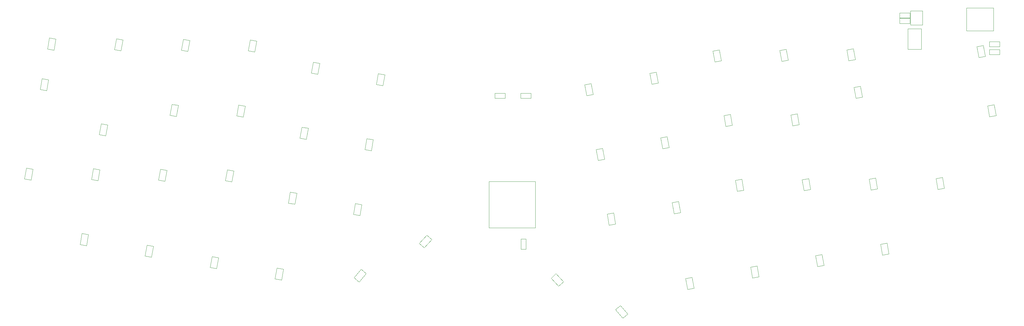
<source format=gbr>
G04 #@! TF.GenerationSoftware,KiCad,Pcbnew,(6.0.0-rc1-dev-1469-g932b9a334)*
G04 #@! TF.CreationDate,2019-09-07T17:34:58-07:00
G04 #@! TF.ProjectId,Laptreus-v2,4c617074-7265-4757-932d-76322e6b6963,rev?*
G04 #@! TF.SameCoordinates,Original*
G04 #@! TF.FileFunction,Other,User*
%FSLAX46Y46*%
G04 Gerber Fmt 4.6, Leading zero omitted, Abs format (unit mm)*
G04 Created by KiCad (PCBNEW (6.0.0-rc1-dev-1469-g932b9a334)) date Saturday, September 07, 2019 at 05:34:58 PM*
%MOMM*%
%LPD*%
G04 APERTURE LIST*
%ADD10C,0.050000*%
G04 APERTURE END LIST*
D10*
G04 #@! TO.C,R13*
X230904170Y-97625103D02*
X227944170Y-97625103D01*
X230904170Y-96165103D02*
X230904170Y-97625103D01*
X227944170Y-96165103D02*
X230904170Y-96165103D01*
X227944170Y-97625103D02*
X227944170Y-96165103D01*
G04 #@! TO.C,R12*
X370694170Y-83490103D02*
X373654170Y-83490103D01*
X370694170Y-84950103D02*
X370694170Y-83490103D01*
X373654170Y-84950103D02*
X370694170Y-84950103D01*
X373654170Y-83490103D02*
X373654170Y-84950103D01*
G04 #@! TO.C,R11*
X373654170Y-82700103D02*
X370694170Y-82700103D01*
X373654170Y-81240103D02*
X373654170Y-82700103D01*
X370694170Y-81240103D02*
X373654170Y-81240103D01*
X370694170Y-82700103D02*
X370694170Y-81240103D01*
G04 #@! TO.C,R10*
X236979170Y-138240103D02*
X236979170Y-141200103D01*
X235519170Y-138240103D02*
X236979170Y-138240103D01*
X235519170Y-141200103D02*
X235519170Y-138240103D01*
X236979170Y-141200103D02*
X235519170Y-141200103D01*
G04 #@! TO.C,R9*
X344819170Y-74515103D02*
X347779170Y-74515103D01*
X344819170Y-75975103D02*
X344819170Y-74515103D01*
X347779170Y-75975103D02*
X344819170Y-75975103D01*
X347779170Y-74515103D02*
X347779170Y-75975103D01*
G04 #@! TO.C,R8*
X347779170Y-74375103D02*
X344819170Y-74375103D01*
X347779170Y-72915103D02*
X347779170Y-74375103D01*
X344819170Y-72915103D02*
X347779170Y-72915103D01*
X344819170Y-74375103D02*
X344819170Y-72915103D01*
G04 #@! TO.C,R1*
X238379660Y-97624781D02*
X235419660Y-97624781D01*
X238379660Y-96164781D02*
X238379660Y-97624781D01*
X235419660Y-96164781D02*
X238379660Y-96164781D01*
X235419660Y-97624781D02*
X235419660Y-96164781D01*
G04 #@! TO.C,D1*
X368965294Y-82341489D02*
X367094161Y-82671420D01*
X367094161Y-82671420D02*
X367649834Y-85822805D01*
X369520967Y-85492874D02*
X367649834Y-85822805D01*
X368965294Y-82341489D02*
X369520967Y-85492874D01*
G04 #@! TO.C,D48*
X110663065Y-136984054D02*
X108791932Y-136654123D01*
X108791932Y-136654123D02*
X108236257Y-139805508D01*
X110107390Y-140135439D02*
X108236257Y-139805508D01*
X110663065Y-136984054D02*
X110107390Y-140135439D01*
G04 #@! TO.C,D47*
X129413064Y-140309054D02*
X127541931Y-139979123D01*
X127541931Y-139979123D02*
X126986256Y-143130508D01*
X128857389Y-143460439D02*
X126986256Y-143130508D01*
X129413064Y-140309054D02*
X128857389Y-143460439D01*
G04 #@! TO.C,D46*
X148188065Y-143609054D02*
X146316932Y-143279123D01*
X146316932Y-143279123D02*
X145761257Y-146430508D01*
X147632390Y-146760439D02*
X145761257Y-146430508D01*
X148188065Y-143609054D02*
X147632390Y-146760439D01*
G04 #@! TO.C,D45*
X166938064Y-146909054D02*
X165066931Y-146579123D01*
X165066931Y-146579123D02*
X164511256Y-149730508D01*
X166382389Y-150060439D02*
X164511256Y-149730508D01*
X166938064Y-146909054D02*
X166382389Y-150060439D01*
G04 #@! TO.C,D44*
X190805372Y-148205080D02*
X189349889Y-146983784D01*
X189349889Y-146983784D02*
X187292968Y-149435126D01*
X188748451Y-150656422D02*
X187292968Y-149435126D01*
X190805372Y-148205080D02*
X188748451Y-150656422D01*
G04 #@! TO.C,D43*
X209731017Y-138431948D02*
X208330191Y-137148327D01*
X208330191Y-137148327D02*
X206168301Y-139507614D01*
X207569127Y-140791235D02*
X206168301Y-139507614D01*
X209731017Y-138431948D02*
X207569127Y-140791235D01*
G04 #@! TO.C,D42*
X245593639Y-148248649D02*
X244192813Y-149532269D01*
X244192813Y-149532269D02*
X246354701Y-151891557D01*
X247755527Y-150607937D02*
X246354701Y-151891557D01*
X245593639Y-148248649D02*
X247755527Y-150607937D01*
G04 #@! TO.C,D41*
X264248452Y-157433784D02*
X262792968Y-158655079D01*
X262792968Y-158655079D02*
X264849888Y-161106422D01*
X266305372Y-159885127D02*
X264849888Y-161106422D01*
X264248452Y-157433784D02*
X266305372Y-159885127D01*
G04 #@! TO.C,D40*
X284882391Y-149304123D02*
X283011258Y-149634054D01*
X283011258Y-149634054D02*
X283566931Y-152785439D01*
X285438064Y-152455508D02*
X283566931Y-152785439D01*
X284882391Y-149304123D02*
X285438064Y-152455508D01*
G04 #@! TO.C,D39*
X303632390Y-146004123D02*
X301761257Y-146334054D01*
X301761257Y-146334054D02*
X302316930Y-149485439D01*
X304188063Y-149155508D02*
X302316930Y-149485439D01*
X303632390Y-146004123D02*
X304188063Y-149155508D01*
G04 #@! TO.C,D38*
X322414283Y-142700393D02*
X320543150Y-143030324D01*
X320543150Y-143030324D02*
X321098823Y-146181709D01*
X322969956Y-145851778D02*
X321098823Y-146181709D01*
X322414283Y-142700393D02*
X322969956Y-145851778D01*
G04 #@! TO.C,D37*
X341157390Y-139404123D02*
X339286257Y-139734054D01*
X339286257Y-139734054D02*
X339841930Y-142885439D01*
X341713063Y-142555508D02*
X339841930Y-142885439D01*
X341157390Y-139404123D02*
X341713063Y-142555508D01*
G04 #@! TO.C,D36*
X94631511Y-118053492D02*
X92760378Y-117723561D01*
X92760378Y-117723561D02*
X92204703Y-120874946D01*
X94075836Y-121204877D02*
X92204703Y-120874946D01*
X94631511Y-118053492D02*
X94075836Y-121204877D01*
G04 #@! TO.C,D35*
X113963063Y-118234054D02*
X112091930Y-117904123D01*
X112091930Y-117904123D02*
X111536255Y-121055508D01*
X113407388Y-121385439D02*
X111536255Y-121055508D01*
X113963063Y-118234054D02*
X113407388Y-121385439D01*
G04 #@! TO.C,D34*
X133288064Y-118409054D02*
X131416931Y-118079123D01*
X131416931Y-118079123D02*
X130861256Y-121230508D01*
X132732389Y-121560439D02*
X130861256Y-121230508D01*
X133288064Y-118409054D02*
X132732389Y-121560439D01*
G04 #@! TO.C,D33*
X152588064Y-118584054D02*
X150716931Y-118254123D01*
X150716931Y-118254123D02*
X150161256Y-121405508D01*
X152032389Y-121735439D02*
X150161256Y-121405508D01*
X152588064Y-118584054D02*
X152032389Y-121735439D01*
G04 #@! TO.C,D32*
X170788063Y-125034055D02*
X168916930Y-124704124D01*
X168916930Y-124704124D02*
X168361255Y-127855509D01*
X170232388Y-128185440D02*
X168361255Y-127855509D01*
X170788063Y-125034055D02*
X170232388Y-128185440D01*
G04 #@! TO.C,D31*
X189563065Y-128334054D02*
X187691932Y-128004123D01*
X187691932Y-128004123D02*
X187136257Y-131155508D01*
X189007390Y-131485439D02*
X187136257Y-131155508D01*
X189563065Y-128334054D02*
X189007390Y-131485439D01*
G04 #@! TO.C,D30*
X262257390Y-130729124D02*
X260386257Y-131059055D01*
X260386257Y-131059055D02*
X260941930Y-134210440D01*
X262813063Y-133880509D02*
X260941930Y-134210440D01*
X262257390Y-130729124D02*
X262813063Y-133880509D01*
G04 #@! TO.C,D29*
X281007390Y-127429124D02*
X279136257Y-127759055D01*
X279136257Y-127759055D02*
X279691930Y-130910440D01*
X281563063Y-130580509D02*
X279691930Y-130910440D01*
X281007390Y-127429124D02*
X281563063Y-130580509D01*
G04 #@! TO.C,D28*
X299232390Y-120979123D02*
X297361257Y-121309054D01*
X297361257Y-121309054D02*
X297916930Y-124460439D01*
X299788063Y-124130508D02*
X297916930Y-124460439D01*
X299232390Y-120979123D02*
X299788063Y-124130508D01*
G04 #@! TO.C,D27*
X318532390Y-120804123D02*
X316661257Y-121134054D01*
X316661257Y-121134054D02*
X317216930Y-124285439D01*
X319088063Y-123955508D02*
X317216930Y-124285439D01*
X318532390Y-120804123D02*
X319088063Y-123955508D01*
G04 #@! TO.C,D26*
X337857390Y-120629124D02*
X335986257Y-120959055D01*
X335986257Y-120959055D02*
X336541930Y-124110440D01*
X338413063Y-123780509D02*
X336541930Y-124110440D01*
X337857390Y-120629124D02*
X338413063Y-123780509D01*
G04 #@! TO.C,D25*
X357157390Y-120454123D02*
X355286257Y-120784054D01*
X355286257Y-120784054D02*
X355841930Y-123935439D01*
X357713063Y-123605508D02*
X355841930Y-123935439D01*
X357157390Y-120454123D02*
X357713063Y-123605508D01*
G04 #@! TO.C,D24*
X99143097Y-92258452D02*
X97271964Y-91928521D01*
X97271964Y-91928521D02*
X96716289Y-95079906D01*
X98587422Y-95409837D02*
X96716289Y-95079906D01*
X99143097Y-92258452D02*
X98587422Y-95409837D01*
G04 #@! TO.C,D23*
X116188909Y-105291425D02*
X114317776Y-104961494D01*
X114317776Y-104961494D02*
X113762101Y-108112879D01*
X115633234Y-108442810D02*
X113762101Y-108112879D01*
X116188909Y-105291425D02*
X115633234Y-108442810D01*
G04 #@! TO.C,D22*
X136588064Y-99659054D02*
X134716931Y-99329123D01*
X134716931Y-99329123D02*
X134161256Y-102480508D01*
X136032389Y-102810439D02*
X134161256Y-102480508D01*
X136588064Y-99659054D02*
X136032389Y-102810439D01*
G04 #@! TO.C,D21*
X155888064Y-99834055D02*
X154016931Y-99504124D01*
X154016931Y-99504124D02*
X153461256Y-102655509D01*
X155332389Y-102985440D02*
X153461256Y-102655509D01*
X155888064Y-99834055D02*
X155332389Y-102985440D01*
G04 #@! TO.C,D20*
X174113064Y-106259054D02*
X172241931Y-105929123D01*
X172241931Y-105929123D02*
X171686256Y-109080508D01*
X173557389Y-109410439D02*
X171686256Y-109080508D01*
X174113064Y-106259054D02*
X173557389Y-109410439D01*
G04 #@! TO.C,D19*
X192863065Y-109559054D02*
X190991932Y-109229123D01*
X190991932Y-109229123D02*
X190436257Y-112380508D01*
X192307390Y-112710439D02*
X190436257Y-112380508D01*
X192863065Y-109559054D02*
X192307390Y-112710439D01*
G04 #@! TO.C,D18*
X259081900Y-112079445D02*
X257210767Y-112409376D01*
X257210767Y-112409376D02*
X257766440Y-115560761D01*
X259637573Y-115230830D02*
X257766440Y-115560761D01*
X259081900Y-112079445D02*
X259637573Y-115230830D01*
G04 #@! TO.C,D17*
X277707390Y-108679124D02*
X275836257Y-109009055D01*
X275836257Y-109009055D02*
X276391930Y-112160440D01*
X278263063Y-111830509D02*
X276391930Y-112160440D01*
X277707390Y-108679124D02*
X278263063Y-111830509D01*
G04 #@! TO.C,D16*
X295932390Y-102229124D02*
X294061257Y-102559055D01*
X294061257Y-102559055D02*
X294616930Y-105710440D01*
X296488063Y-105380509D02*
X294616930Y-105710440D01*
X295932390Y-102229124D02*
X296488063Y-105380509D01*
G04 #@! TO.C,D15*
X315232391Y-102050392D02*
X313361258Y-102380323D01*
X313361258Y-102380323D02*
X313916931Y-105531708D01*
X315788064Y-105201777D02*
X313916931Y-105531708D01*
X315232391Y-102050392D02*
X315788064Y-105201777D01*
G04 #@! TO.C,D14*
X333473789Y-94133674D02*
X331602656Y-94463605D01*
X331602656Y-94463605D02*
X332158329Y-97614990D01*
X334029462Y-97285059D02*
X332158329Y-97614990D01*
X333473789Y-94133674D02*
X334029462Y-97285059D01*
G04 #@! TO.C,D13*
X372075497Y-99457854D02*
X370204364Y-99787785D01*
X370204364Y-99787785D02*
X370760037Y-102939170D01*
X372631170Y-102609239D02*
X370760037Y-102939170D01*
X372075497Y-99457854D02*
X372631170Y-102609239D01*
G04 #@! TO.C,D12*
X101262574Y-80509376D02*
X99391441Y-80179445D01*
X99391441Y-80179445D02*
X98835766Y-83330830D01*
X100706899Y-83660761D02*
X98835766Y-83330830D01*
X101262574Y-80509376D02*
X100706899Y-83660761D01*
G04 #@! TO.C,D11*
X120588064Y-80709055D02*
X118716931Y-80379124D01*
X118716931Y-80379124D02*
X118161256Y-83530509D01*
X120032389Y-83860440D02*
X118161256Y-83530509D01*
X120588064Y-80709055D02*
X120032389Y-83860440D01*
G04 #@! TO.C,D10*
X139888064Y-80884054D02*
X138016931Y-80554123D01*
X138016931Y-80554123D02*
X137461256Y-83705508D01*
X139332389Y-84035439D02*
X137461256Y-83705508D01*
X139888064Y-80884054D02*
X139332389Y-84035439D01*
G04 #@! TO.C,D9*
X159213065Y-81059054D02*
X157341932Y-80729123D01*
X157341932Y-80729123D02*
X156786257Y-83880508D01*
X158657390Y-84210439D02*
X156786257Y-83880508D01*
X159213065Y-81059054D02*
X158657390Y-84210439D01*
G04 #@! TO.C,D8*
X177413065Y-87509054D02*
X175541932Y-87179123D01*
X175541932Y-87179123D02*
X174986257Y-90330508D01*
X176857390Y-90660439D02*
X174986257Y-90330508D01*
X177413065Y-87509054D02*
X176857390Y-90660439D01*
G04 #@! TO.C,D7*
X196188064Y-90809054D02*
X194316931Y-90479123D01*
X194316931Y-90479123D02*
X193761256Y-93630508D01*
X195632389Y-93960439D02*
X193761256Y-93630508D01*
X196188064Y-90809054D02*
X195632389Y-93960439D01*
G04 #@! TO.C,D6*
X255756900Y-93329445D02*
X253885767Y-93659376D01*
X253885767Y-93659376D02*
X254441440Y-96810761D01*
X256312573Y-96480830D02*
X254441440Y-96810761D01*
X255756900Y-93329445D02*
X256312573Y-96480830D01*
G04 #@! TO.C,D5*
X274556900Y-90029445D02*
X272685767Y-90359376D01*
X272685767Y-90359376D02*
X273241440Y-93510761D01*
X275112573Y-93180830D02*
X273241440Y-93510761D01*
X274556900Y-90029445D02*
X275112573Y-93180830D01*
G04 #@! TO.C,D4*
X292756900Y-83604445D02*
X290885767Y-83934376D01*
X290885767Y-83934376D02*
X291441440Y-87085761D01*
X293312573Y-86755830D02*
X291441440Y-87085761D01*
X292756900Y-83604445D02*
X293312573Y-86755830D01*
G04 #@! TO.C,D3*
X312081900Y-83429445D02*
X310210767Y-83759376D01*
X310210767Y-83759376D02*
X310766440Y-86910761D01*
X312637573Y-86580830D02*
X310766440Y-86910761D01*
X312081900Y-83429445D02*
X312637573Y-86580830D01*
G04 #@! TO.C,D2*
X331431900Y-83254445D02*
X329560767Y-83584376D01*
X329560767Y-83584376D02*
X330116440Y-86735761D01*
X331987573Y-86405830D02*
X330116440Y-86735761D01*
X331431900Y-83254445D02*
X331987573Y-86405830D01*
G04 #@! TO.C,U6*
X351449170Y-76445103D02*
X347949170Y-76445103D01*
X351449170Y-76445103D02*
X351449170Y-72345103D01*
X347949170Y-72345103D02*
X347949170Y-76445103D01*
X347949170Y-72345103D02*
X351449170Y-72345103D01*
G04 #@! TO.C,J2*
X364124170Y-78075103D02*
X371924170Y-78075103D01*
X364124170Y-71515103D02*
X364124170Y-78075103D01*
X371924170Y-71515103D02*
X364124170Y-71515103D01*
X371924170Y-78075103D02*
X371924170Y-71515103D01*
G04 #@! TO.C,F1*
X347174170Y-83420103D02*
X347174170Y-77520103D01*
X351074170Y-83420103D02*
X347174170Y-83420103D01*
X351074170Y-77520103D02*
X351074170Y-83420103D01*
X347174170Y-77520103D02*
X351074170Y-77520103D01*
G04 #@! TO.C,IC1*
X226299646Y-121598532D02*
X226299646Y-134998532D01*
X239699646Y-121598532D02*
X239699646Y-134998532D01*
X239699646Y-134998532D02*
X226299646Y-134998532D01*
X239699646Y-121598532D02*
X226299646Y-121598532D01*
G04 #@! TD*
M02*

</source>
